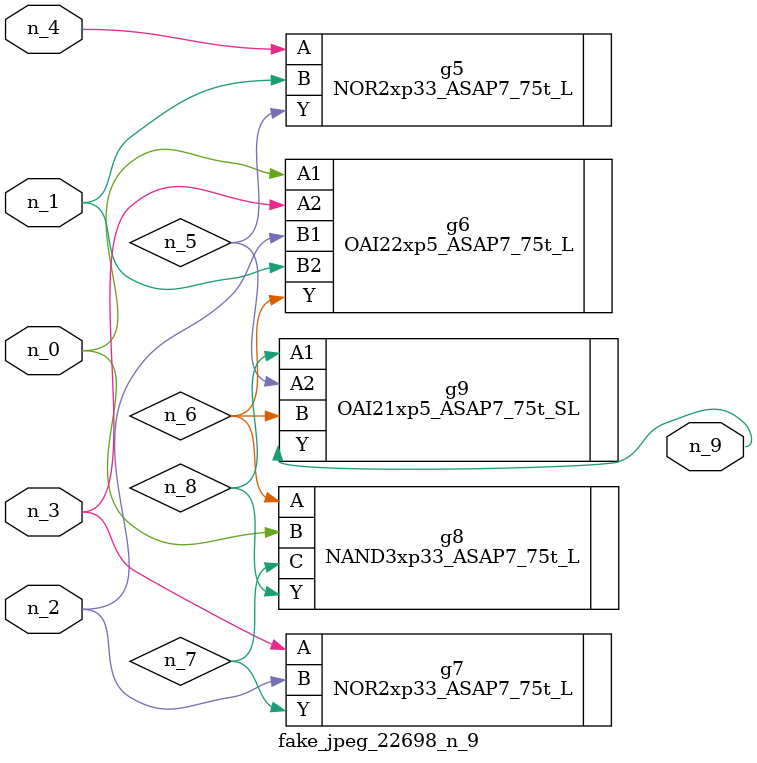
<source format=v>
module fake_jpeg_22698_n_9 (n_3, n_2, n_1, n_0, n_4, n_9);

input n_3;
input n_2;
input n_1;
input n_0;
input n_4;

output n_9;

wire n_8;
wire n_6;
wire n_5;
wire n_7;

NOR2xp33_ASAP7_75t_L g5 ( 
.A(n_4),
.B(n_1),
.Y(n_5)
);

OAI22xp5_ASAP7_75t_L g6 ( 
.A1(n_0),
.A2(n_3),
.B1(n_2),
.B2(n_1),
.Y(n_6)
);

NOR2xp33_ASAP7_75t_L g7 ( 
.A(n_3),
.B(n_2),
.Y(n_7)
);

NAND3xp33_ASAP7_75t_L g8 ( 
.A(n_6),
.B(n_0),
.C(n_7),
.Y(n_8)
);

OAI21xp5_ASAP7_75t_SL g9 ( 
.A1(n_8),
.A2(n_5),
.B(n_6),
.Y(n_9)
);


endmodule
</source>
